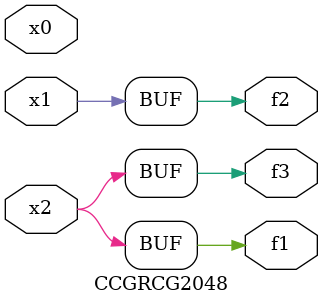
<source format=v>
module CCGRCG2048(
	input x0, x1, x2,
	output f1, f2, f3
);
	assign f1 = x2;
	assign f2 = x1;
	assign f3 = x2;
endmodule

</source>
